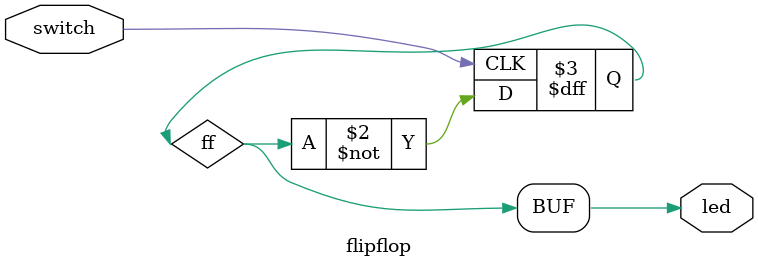
<source format=v>
module flipflop(switch, led);
	input switch;
	output led;
	reg ff;
	
	always @(posedge switch) begin
		ff=~ff;
	end
	assign led=ff;
endmodule

</source>
